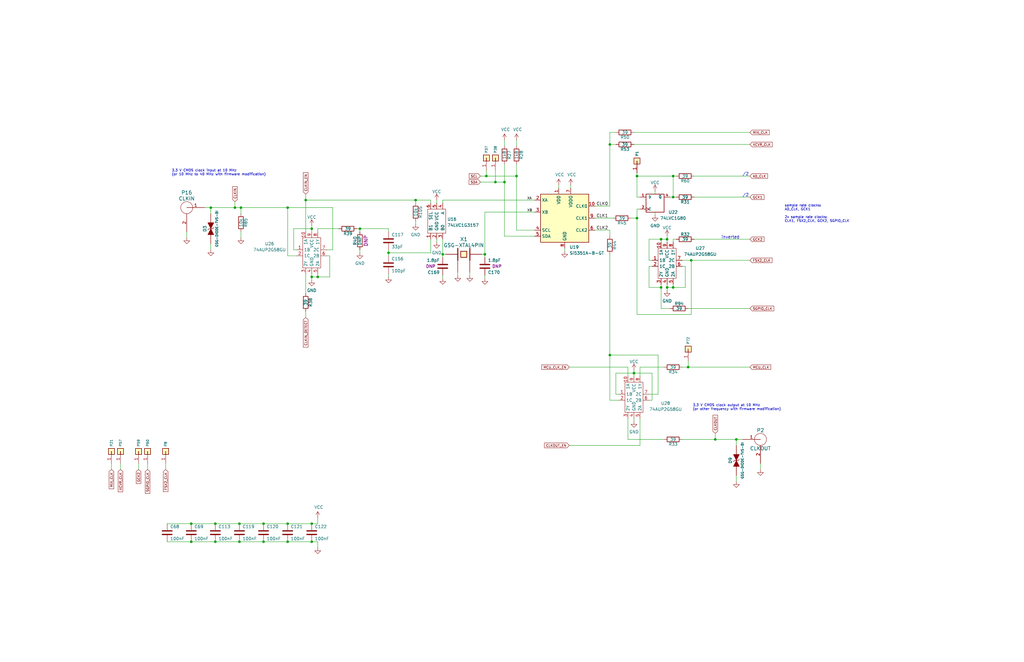
<source format=kicad_sch>
(kicad_sch (version 20211123) (generator eeschema)
  (paper "USLedger")
  (title_block (title "HackRF One") (date "2022-08-29") (rev "r9") (company "Copyright 2012-2022 Great Scott Gadgets") (comment 1 "Michael Ossmann") (comment 2 "Licensed under the CERN-OHL-P v2"))
  (lib_symbols
    (symbol "74AUP2G58GU:74AUP2G58GU"
      (property "Reference" "U" (at 0 0 0))
      (property "Value" "74AUP2G58GU" (at 0 0 0))
      (symbol "74AUP2G58GU_0_1"
        (rectangle (start -3.81 6.35) (end 3.81 -6.35) (stroke (width 0.1524)))
      )
      (symbol "74AUP2G58GU_1_1"
        (pin input line (at -6.35 1.27 0) (length 2.54) (name "1B") (number "1"))
        (pin input line (at -2.54 8.89 270) (length 2.54) (name "1A") (number "10"))
        (pin input line (at -6.35 -1.27 0) (length 2.54) (name "1C") (number "2"))
        (pin output line (at -2.54 -8.89 90) (length 2.54) (name "2Y") (number "3"))
        (pin power_in line (at 0 -8.89 90) (length 2.54) (name "GND") (number "4"))
        (pin input line (at 2.54 -8.89 90) (length 2.54) (name "2A") (number "5"))
        (pin input line (at 6.35 -1.27 180) (length 2.54) (name "2B") (number "6"))
        (pin input line (at 6.35 1.27 180) (length 2.54) (name "2C") (number "7"))
        (pin output line (at 2.54 8.89 270) (length 2.54) (name "1Y") (number "8"))
        (pin power_in line (at 0 8.89 270) (length 2.54) (name "VCC") (number "9"))
      )
    )
    (symbol "74xGxx:74AUP1G80" (pin_names (offset 1.016))
      (property "Reference" "U" (at -2.54 5.08 0))
      (property "Value" "74AUP1G80" (at 0 -5.08 0))
      (symbol "74AUP1G80_0_1"
        (rectangle (start -3.81 3.81) (end 3.81 -3.81) (stroke (width 0.254)))
      )
      (symbol "74AUP1G80_1_1"
        (pin input line (at -6.35 2.54 0) (length 2.54) (name "D") (number "1"))
        (pin input clock (at -6.35 -2.54 0) (length 2.54) (name "C") (number "2"))
        (pin power_in line (at 0 -3.81 270) (length 0) hide (name "GND") (number "3"))
        (pin output line (at 6.35 2.54 180) (length 2.54) (name "~{Q}") (number "4"))
        (pin power_in line (at 0 3.81 90) (length 0) hide (name "VCC") (number "5"))
      )
    )
    (symbol "Connector_Generic:Conn_01x01" (pin_names (offset 1.016) hide)
      (property "Reference" "J" (at 0 2.54 0))
      (property "Value" "Conn_01x01" (at 0 -2.54 0))
      (symbol "Conn_01x01_1_1"
        (rectangle (start -1.27 0.127) (end 0 -0.127) (stroke (width 0.1524)))
        (rectangle (start -1.27 1.27) (end 1.27 -1.27) (stroke (width 0.254)) (fill (type background)))
        (pin passive line (at -5.08 0 0) (length 3.81) (name "Pin_1") (number "1"))
      )
    )
    (symbol "Device:C" (pin_numbers hide) (pin_names (offset 0.254))
      (property "Reference" "C" (at 0.635 2.54 0))
      (property "Value" "C" (at 0.635 -2.54 0))
      (symbol "C_0_1"
        (polyline (pts (xy -2.032 -0.762) (xy 2.032 -0.762)) (stroke (width 0.508)))
        (polyline (pts (xy -2.032 0.762) (xy 2.032 0.762)) (stroke (width 0.508)))
      )
      (symbol "C_1_1"
        (pin passive line (at 0 3.81 270) (length 2.794) (name "~") (number "1"))
        (pin passive line (at 0 -3.81 90) (length 2.794) (name "~") (number "2"))
      )
    )
    (symbol "Device:R" (pin_numbers hide) (pin_names (offset 0))
      (property "Reference" "R" (at 2.032 0 90))
      (property "Value" "R" (at 0 0 90))
      (symbol "R_0_1"
        (rectangle (start -1.016 -2.54) (end 1.016 2.54) (stroke (width 0.254)))
      )
      (symbol "R_1_1"
        (pin passive line (at 0 3.81 270) (length 1.27) (name "~") (number "1"))
        (pin passive line (at 0 -3.81 90) (length 1.27) (name "~") (number "2"))
      )
    )
    (symbol "Oscillator:Si5351A-B-GT"
      (property "Reference" "U" (at -8.89 11.43 0))
      (property "Value" "Si5351A-B-GT" (at -12.7 -12.7 0))
      (symbol "Si5351A-B-GT_0_1"
        (rectangle (start -10.16 10.16) (end 10.16 -10.16) (stroke (width 0.254)) (fill (type background)))
      )
      (symbol "Si5351A-B-GT_1_1"
        (pin power_in line (at -2.54 12.7 270) (length 2.54) (name "VDD") (number "1"))
        (pin output line (at 12.7 5.08 180) (length 2.54) (name "CLK0") (number "10"))
        (pin input line (at -12.7 7.62 0) (length 2.54) (name "XA") (number "2"))
        (pin input line (at -12.7 2.54 0) (length 2.54) (name "XB") (number "3"))
        (pin input line (at -12.7 -5.08 0) (length 2.54) (name "SCL") (number "4"))
        (pin bidirectional line (at -12.7 -7.62 0) (length 2.54) (name "SDA") (number "5"))
        (pin output line (at 12.7 -5.08 180) (length 2.54) (name "CLK2") (number "6"))
        (pin power_in line (at 2.54 12.7 270) (length 2.54) (name "VDDO") (number "7"))
        (pin power_in line (at 0 -12.7 90) (length 2.54) (name "GND") (number "8"))
        (pin output line (at 12.7 0 180) (length 2.54) (name "CLK1") (number "9"))
      )
    )
    (symbol "gsg-symbols:74LVC1G3157" (pin_names (offset 1.016))
      (property "Reference" "U" (at 0 5.08 0))
      (property "Value" "74LVC1G3157" (at 0 -5.08 0))
      (symbol "74LVC1G3157_0_1"
        (rectangle (start 5.08 3.81) (end -5.08 -3.81))
      )
      (symbol "74LVC1G3157_1_1"
        (pin bidirectional line (at -7.62 2.54 0) (length 2.54) (name "B1") (number "1"))
        (pin power_in line (at -7.62 0 0) (length 2.54) (name "GND") (number "2"))
        (pin bidirectional line (at -7.62 -2.54 0) (length 2.54) (name "B0") (number "3"))
        (pin bidirectional line (at 7.62 -2.54 180) (length 2.54) (name "A") (number "4"))
        (pin power_in line (at 7.62 0 180) (length 2.54) (name "VCC") (number "5"))
        (pin input line (at 7.62 2.54 180) (length 2.54) (name "SEL") (number "6"))
      )
    )
    (symbol "hackrf:GSG-DIODE-TVS-BI" (pin_numbers hide) (pin_names (offset 1.016) hide)
      (property "Reference" "D" (at 0 2.54 0))
      (property "Value" "GSG-DIODE-TVS-BI" (at 0 -2.54 0))
      (symbol "GSG-DIODE-TVS-BI_0_1"
        (polyline (pts (xy -0.508 1.27) (xy 0 0.762) (xy 0 -0.762) (xy 0.508 -1.27) (xy 0.508 -1.27)) (stroke (width 0.2032)))
        (polyline (pts (xy 0 0) (xy -2.54 1.27) (xy -2.54 -1.27) (xy 0 0) (xy 0 0)) (fill (type outline)))
        (polyline (pts (xy 0 0) (xy 2.54 1.27) (xy 2.54 -1.27) (xy 0 0) (xy 0 0)) (fill (type outline)))
      )
      (symbol "GSG-DIODE-TVS-BI_1_1"
        (pin passive line (at -6.35 0 0) (length 3.81) (name "A") (number "1"))
        (pin passive line (at 6.35 0 180) (length 3.81) (name "K") (number "2"))
      )
    )
    (symbol "hackrf:GSG-RF-CONN" (pin_names (offset 0) hide)
      (property "Reference" "P" (at 0 3.81 0))
      (property "Value" "GSG-RF-CONN" (at 0 -3.81 0))
      (symbol "GSG-RF-CONN_0_1"
        (circle (center 0 0) (radius 2.54))
      )
      (symbol "GSG-RF-CONN_1_1"
        (pin bidirectional line (at 7.62 0 180) (length 7.62) (name "RF") (number "1"))
        (pin power_in line (at 0 -10.16 90) (length 7.62) (name "GND") (number "2"))
      )
    )
    (symbol "hackrf:GSG-XTAL4PIN" (pin_numbers hide) (pin_names (offset 1.016) hide)
      (property "Reference" "X" (at 0 3.81 0))
      (property "Value" "GSG-XTAL4PIN" (at 0 -3.81 0))
      (symbol "GSG-XTAL4PIN_0_1"
        (polyline (pts (xy -2.54 2.54) (xy -2.54 -2.54)) (stroke (width 0.4064)))
        (polyline (pts (xy 2.54 2.54) (xy 2.54 -2.54)) (stroke (width 0.4064)))
        (polyline (pts (xy -1.27 1.27) (xy 1.27 1.27) (xy 1.27 -1.27) (xy -1.27 -1.27) (xy -1.27 1.27)) (stroke (width 0.3048)) (fill (type background)))
      )
      (symbol "GSG-XTAL4PIN_1_1"
        (pin passive line (at -7.62 0 0) (length 5.08) (name "1") (number "1"))
        (pin passive line (at -2.54 -7.62 90) (length 5.08) (name "2") (number "2"))
        (pin passive line (at 7.62 0 180) (length 5.08) (name "3") (number "3"))
        (pin passive line (at 2.54 -7.62 90) (length 5.08) (name "4") (number "4"))
      )
    )
    (symbol "power:GND" (power) (pin_names (offset 0))
      (property "Value" "GND" (at 0 -3.81 0))
      (symbol "GND_0_1"
        (polyline (pts (xy 0 0) (xy 0 -1.27) (xy 1.27 -1.27) (xy 0 -2.54) (xy -1.27 -1.27) (xy 0 -1.27)))
      )
      (symbol "GND_1_1"
        (pin power_in line (at 0 0 270) (length 0) hide (name "GND") (number "1"))
      )
    )
    (symbol "power:VCC" (power) (pin_names (offset 0))
      (property "Value" "VCC" (at 0 3.81 0))
      (symbol "VCC_0_1"
        (polyline (pts (xy -0.762 1.27) (xy 0 2.54)))
        (polyline (pts (xy 0 0) (xy 0 2.54)))
        (polyline (pts (xy 0 2.54) (xy 0.762 1.27)))
      )
      (symbol "VCC_1_1"
        (pin power_in line (at 0 0 90) (length 0) hide (name "VCC") (number "1"))
      )
    )
  )
  (junction (at 257.175 149.86))
  (junction (at 283.845 83.185))
  (junction (at 99.06 87.63))
  (junction (at 212.725 76.835))
  (junction (at 278.765 100.965))
  (junction (at 278.765 121.285))
  (junction (at 291.465 109.855))
  (junction (at 283.845 74.295))
  (junction (at 121.285 87.63))
  (junction (at 100.965 228.6))
  (junction (at 208.915 76.835))
  (junction (at 217.805 74.295))
  (junction (at 121.285 220.98))
  (junction (at 163.83 106.68))
  (junction (at 80.645 220.98))
  (junction (at 88.9 87.63))
  (junction (at 131.445 220.98))
  (junction (at 301.625 185.42))
  (junction (at 204.47 107.315))
  (junction (at 281.305 121.285))
  (junction (at 111.125 228.6))
  (junction (at 80.645 228.6))
  (junction (at 267.335 157.48))
  (junction (at 90.805 228.6))
  (junction (at 131.445 228.6))
  (junction (at 131.445 116.84))
  (junction (at 111.125 220.98))
  (junction (at 128.905 84.455))
  (junction (at 175.26 84.455))
  (junction (at 310.515 185.42))
  (junction (at 281.305 100.965))
  (junction (at 205.105 74.295))
  (junction (at 268.605 92.075))
  (junction (at 151.765 96.52))
  (junction (at 283.845 121.285))
  (junction (at 186.69 107.315))
  (junction (at 90.805 220.98))
  (junction (at 131.445 96.52))
  (junction (at 268.605 74.295))
  (junction (at 133.985 116.84))
  (junction (at 257.175 60.96))
  (junction (at 101.6 87.63))
  (junction (at 100.965 220.98))
  (junction (at 290.195 154.94))
  (junction (at 121.285 228.6))
  (wire (pts (xy 276.225 89.535) (xy 276.225 90.805)))
  (wire (pts (xy 163.83 116.84) (xy 163.83 115.57)))
  (wire (pts (xy 274.955 157.48) (xy 267.335 157.48)))
  (wire (pts (xy 186.69 100.965) (xy 186.69 107.315)))
  (wire (pts (xy 212.725 99.695) (xy 225.425 99.695)))
  (wire (pts (xy 274.955 168.91) (xy 274.955 157.48)))
  (wire (pts (xy 217.805 59.055) (xy 217.805 61.595)))
  (wire (pts (xy 202.565 74.295) (xy 205.105 74.295)))
  (wire (pts (xy 283.845 100.965) (xy 285.115 100.965)))
  (wire (pts (xy 291.465 109.855) (xy 316.23 109.855)))
  (wire (pts (xy 257.175 97.155) (xy 257.175 99.695)))
  (wire (pts (xy 259.715 166.37) (xy 260.985 166.37)))
  (wire (pts (xy 281.305 100.965) (xy 278.765 100.965)))
  (wire (pts (xy 88.9 90.17) (xy 88.9 87.63)))
  (wire (pts (xy 278.765 120.015) (xy 278.765 121.285)))
  (wire (pts (xy 264.795 176.53) (xy 264.795 185.42)))
  (wire (pts (xy 46.99 195.58) (xy 46.99 198.12)))
  (wire (pts (xy 269.875 158.75) (xy 269.875 154.94)))
  (wire (pts (xy 90.805 228.6) (xy 100.965 228.6)))
  (wire (pts (xy 111.125 228.6) (xy 121.285 228.6)))
  (wire (pts (xy 281.305 120.015) (xy 281.305 121.285)))
  (wire (pts (xy 268.605 92.075) (xy 268.605 132.715)))
  (wire (pts (xy 100.965 220.98) (xy 90.805 220.98)))
  (wire (pts (xy 186.69 107.315) (xy 187.96 107.315)))
  (wire (pts (xy 274.955 112.395) (xy 273.685 112.395)))
  (wire (pts (xy 101.6 87.63) (xy 101.6 90.17)))
  (wire (pts (xy 225.425 89.535) (xy 204.47 89.535)))
  (wire (pts (xy 250.825 97.155) (xy 257.175 97.155)))
  (wire (pts (xy 290.195 152.4) (xy 290.195 154.94)))
  (wire (pts (xy 131.445 96.52) (xy 131.445 95.25)))
  (wire (pts (xy 250.825 86.995) (xy 257.175 86.995)))
  (wire (pts (xy 121.285 220.98) (xy 131.445 220.98)))
  (wire (pts (xy 301.625 182.88) (xy 301.625 185.42)))
  (wire (pts (xy 131.445 116.84) (xy 133.985 116.84)))
  (wire (pts (xy 78.74 97.79) (xy 78.74 100.33)))
  (wire (pts (xy 203.2 107.315) (xy 204.47 107.315)))
  (wire (pts (xy 131.445 118.11) (xy 131.445 116.84)))
  (wire (pts (xy 281.305 102.235) (xy 281.305 100.965)))
  (wire (pts (xy 292.735 74.295) (xy 316.23 74.295)))
  (wire (pts (xy 137.795 105.41) (xy 140.335 105.41)))
  (wire (pts (xy 238.125 104.775) (xy 238.125 106.045)))
  (wire (pts (xy 268.605 83.185) (xy 269.875 83.185)))
  (wire (pts (xy 151.765 96.52) (xy 151.765 97.79)))
  (wire (pts (xy 202.565 76.835) (xy 208.915 76.835)))
  (wire (pts (xy 121.285 228.6) (xy 131.445 228.6)))
  (wire (pts (xy 277.495 149.86) (xy 277.495 166.37)))
  (wire (pts (xy 139.065 116.84) (xy 139.065 107.95)))
  (wire (pts (xy 283.845 102.235) (xy 283.845 100.965)))
  (wire (pts (xy 240.03 187.96) (xy 269.875 187.96)))
  (wire (pts (xy 217.805 69.215) (xy 217.805 74.295)))
  (wire (pts (xy 283.845 121.285) (xy 288.925 121.285)))
  (wire (pts (xy 257.175 60.96) (xy 257.175 86.995)))
  (wire (pts (xy 268.605 88.265) (xy 268.605 92.075)))
  (wire (pts (xy 278.765 130.175) (xy 282.575 130.175)))
  (wire (pts (xy 151.765 105.41) (xy 151.765 106.68)))
  (wire (pts (xy 288.925 112.395) (xy 287.655 112.395)))
  (wire (pts (xy 99.06 87.63) (xy 99.06 85.09)))
  (wire (pts (xy 125.095 107.95) (xy 121.285 107.95)))
  (wire (pts (xy 163.83 105.41) (xy 163.83 106.68)))
  (wire (pts (xy 140.335 87.63) (xy 121.285 87.63)))
  (wire (pts (xy 128.905 84.455) (xy 128.905 97.79)))
  (wire (pts (xy 269.875 176.53) (xy 269.875 187.96)))
  (wire (pts (xy 123.825 105.41) (xy 125.095 105.41)))
  (wire (pts (xy 268.605 73.025) (xy 268.605 74.295)))
  (wire (pts (xy 133.985 228.6) (xy 133.985 231.14)))
  (wire (pts (xy 163.83 106.68) (xy 181.61 106.68)))
  (wire (pts (xy 287.655 185.42) (xy 301.625 185.42)))
  (wire (pts (xy 217.805 97.155) (xy 225.425 97.155)))
  (wire (pts (xy 283.845 83.185) (xy 285.115 83.185)))
  (wire (pts (xy 133.985 97.79) (xy 133.985 96.52)))
  (wire (pts (xy 131.445 220.98) (xy 133.985 220.98)))
  (wire (pts (xy 267.335 157.48) (xy 267.335 156.21)))
  (wire (pts (xy 133.985 116.84) (xy 139.065 116.84)))
  (wire (pts (xy 133.985 96.52) (xy 142.875 96.52)))
  (wire (pts (xy 267.335 158.75) (xy 267.335 157.48)))
  (wire (pts (xy 123.825 96.52) (xy 123.825 105.41)))
  (wire (pts (xy 184.15 85.725) (xy 184.15 84.455)))
  (wire (pts (xy 278.765 100.965) (xy 278.765 102.235)))
  (wire (pts (xy 292.735 83.185) (xy 316.23 83.185)))
  (wire (pts (xy 90.805 220.98) (xy 80.645 220.98)))
  (wire (pts (xy 58.42 195.58) (xy 58.42 198.12)))
  (wire (pts (xy 273.685 112.395) (xy 273.685 121.285)))
  (wire (pts (xy 283.845 120.015) (xy 283.845 121.285)))
  (wire (pts (xy 257.175 168.91) (xy 257.175 149.86)))
  (wire (pts (xy 184.15 100.965) (xy 184.15 102.235)))
  (wire (pts (xy 277.495 166.37) (xy 273.685 166.37)))
  (wire (pts (xy 99.06 87.63) (xy 101.6 87.63)))
  (wire (pts (xy 273.685 109.855) (xy 274.955 109.855)))
  (wire (pts (xy 287.655 154.94) (xy 290.195 154.94)))
  (wire (pts (xy 267.335 60.96) (xy 316.23 60.96)))
  (wire (pts (xy 273.685 100.965) (xy 273.685 109.855)))
  (wire (pts (xy 260.985 168.91) (xy 257.175 168.91)))
  (wire (pts (xy 80.645 228.6) (xy 90.805 228.6)))
  (wire (pts (xy 193.04 116.205) (xy 193.04 114.935)))
  (wire (pts (xy 273.685 168.91) (xy 274.955 168.91)))
  (wire (pts (xy 151.765 96.52) (xy 163.83 96.52)))
  (wire (pts (xy 69.85 195.58) (xy 69.85 198.12)))
  (wire (pts (xy 257.175 55.88) (xy 259.715 55.88)))
  (wire (pts (xy 267.335 157.48) (xy 259.715 157.48)))
  (wire (pts (xy 101.6 97.79) (xy 101.6 100.33)))
  (wire (pts (xy 80.645 220.98) (xy 70.485 220.98)))
  (wire (pts (xy 100.965 220.98) (xy 111.125 220.98)))
  (wire (pts (xy 204.47 89.535) (xy 204.47 107.315)))
  (wire (pts (xy 101.6 87.63) (xy 121.285 87.63)))
  (wire (pts (xy 181.61 106.68) (xy 181.61 100.965)))
  (wire (pts (xy 133.985 115.57) (xy 133.985 116.84)))
  (wire (pts (xy 290.195 130.175) (xy 316.23 130.175)))
  (wire (pts (xy 267.335 55.88) (xy 316.23 55.88)))
  (wire (pts (xy 273.685 121.285) (xy 278.765 121.285)))
  (wire (pts (xy 111.125 220.98) (xy 121.285 220.98)))
  (wire (pts (xy 208.915 71.755) (xy 208.915 76.835)))
  (wire (pts (xy 250.825 92.075) (xy 258.445 92.075)))
  (wire (pts (xy 257.175 55.88) (xy 257.175 60.96)))
  (wire (pts (xy 205.105 74.295) (xy 217.805 74.295)))
  (wire (pts (xy 131.445 228.6) (xy 133.985 228.6)))
  (wire (pts (xy 310.515 187.96) (xy 310.515 185.42)))
  (wire (pts (xy 128.905 115.57) (xy 128.905 123.825)))
  (wire (pts (xy 283.845 83.185) (xy 282.575 83.185)))
  (wire (pts (xy 235.585 79.375) (xy 235.585 78.105)))
  (wire (pts (xy 283.845 74.295) (xy 285.115 74.295)))
  (wire (pts (xy 310.515 203.2) (xy 310.515 200.66)))
  (wire (pts (xy 175.26 94.615) (xy 175.26 93.345)))
  (wire (pts (xy 212.725 76.835) (xy 212.725 99.695)))
  (wire (pts (xy 259.715 157.48) (xy 259.715 166.37)))
  (wire (pts (xy 276.225 80.645) (xy 276.225 81.915)))
  (wire (pts (xy 320.675 195.58) (xy 320.675 198.12)))
  (wire (pts (xy 175.26 84.455) (xy 181.61 84.455)))
  (wire (pts (xy 139.065 107.95) (xy 137.795 107.95)))
  (wire (pts (xy 128.905 133.985) (xy 128.905 131.445)))
  (wire (pts (xy 287.655 109.855) (xy 291.465 109.855)))
  (wire (pts (xy 257.175 107.315) (xy 257.175 149.86)))
  (wire (pts (xy 257.175 149.86) (xy 277.495 149.86)))
  (wire (pts (xy 70.485 228.6) (xy 80.645 228.6)))
  (wire (pts (xy 186.69 116.205) (xy 186.69 117.475)))
  (wire (pts (xy 301.625 185.42) (xy 310.515 185.42)))
  (wire (pts (xy 212.725 59.055) (xy 212.725 61.595)))
  (wire (pts (xy 283.845 74.295) (xy 283.845 83.185)))
  (wire (pts (xy 267.335 176.53) (xy 267.335 177.8)))
  (wire (pts (xy 150.495 96.52) (xy 151.765 96.52)))
  (wire (pts (xy 100.965 228.6) (xy 111.125 228.6)))
  (wire (pts (xy 123.825 96.52) (xy 131.445 96.52)))
  (wire (pts (xy 186.69 84.455) (xy 186.69 85.725)))
  (wire (pts (xy 268.605 88.265) (xy 269.875 88.265)))
  (wire (pts (xy 264.795 185.42) (xy 280.035 185.42)))
  (wire (pts (xy 205.105 71.755) (xy 205.105 74.295)))
  (wire (pts (xy 278.765 121.285) (xy 278.765 130.175)))
  (wire (pts (xy 140.335 105.41) (xy 140.335 87.63)))
  (wire (pts (xy 186.69 84.455) (xy 225.425 84.455)))
  (wire (pts (xy 175.26 85.725) (xy 175.26 84.455)))
  (wire (pts (xy 88.9 105.41) (xy 88.9 102.87)))
  (wire (pts (xy 291.465 132.715) (xy 268.605 132.715)))
  (wire (pts (xy 292.735 100.965) (xy 316.23 100.965)))
  (wire (pts (xy 240.665 79.375) (xy 240.665 78.105)))
  (wire (pts (xy 240.03 154.94) (xy 264.795 154.94)))
  (wire (pts (xy 208.915 76.835) (xy 212.725 76.835)))
  (wire (pts (xy 128.905 84.455) (xy 175.26 84.455)))
  (wire (pts (xy 264.795 158.75) (xy 264.795 154.94)))
  (wire (pts (xy 266.065 92.075) (xy 268.605 92.075)))
  (wire (pts (xy 217.805 74.295) (xy 217.805 97.155)))
  (wire (pts (xy 290.195 154.94) (xy 316.23 154.94)))
  (wire (pts (xy 204.47 107.315) (xy 204.47 108.585)))
  (wire (pts (xy 268.605 83.185) (xy 268.605 74.295)))
  (wire (pts (xy 88.9 87.63) (xy 99.06 87.63)))
  (wire (pts (xy 281.305 100.965) (xy 281.305 99.695)))
  (wire (pts (xy 212.725 69.215) (xy 212.725 76.835)))
  (wire (pts (xy 269.875 154.94) (xy 280.035 154.94)))
  (wire (pts (xy 128.905 81.915) (xy 128.905 84.455)))
  (wire (pts (xy 204.47 117.475) (xy 204.47 116.205)))
  (wire (pts (xy 131.445 115.57) (xy 131.445 116.84)))
  (wire (pts (xy 163.83 106.68) (xy 163.83 107.95)))
  (wire (pts (xy 278.765 100.965) (xy 273.685 100.965)))
  (wire (pts (xy 131.445 97.79) (xy 131.445 96.52)))
  (wire (pts (xy 281.305 122.555) (xy 281.305 121.285)))
  (wire (pts (xy 186.69 108.585) (xy 186.69 107.315)))
  (wire (pts (xy 121.285 87.63) (xy 121.285 107.95)))
  (wire (pts (xy 62.23 198.12) (xy 62.23 195.58)))
  (wire (pts (xy 198.12 114.935) (xy 198.12 116.205)))
  (wire (pts (xy 268.605 74.295) (xy 283.845 74.295)))
  (wire (pts (xy 163.83 96.52) (xy 163.83 97.79)))
  (wire (pts (xy 133.985 220.98) (xy 133.985 218.44)))
  (wire (pts (xy 288.925 121.285) (xy 288.925 112.395)))
  (wire (pts (xy 310.515 185.42) (xy 313.055 185.42)))
  (wire (pts (xy 291.465 109.855) (xy 291.465 132.715)))
  (wire (pts (xy 50.8 195.58) (xy 50.8 198.12)))
  (wire (pts (xy 257.175 60.96) (xy 259.715 60.96)))
  (wire (pts (xy 86.36 87.63) (xy 88.9 87.63)))
  (wire (pts (xy 181.61 84.455) (xy 181.61 85.725)))
  (wire (pts (xy 281.305 121.285) (xy 283.845 121.285)))
  (text "/2" (at 313.055 83.185 0) (effects (font (size 1.27 1.27)) (justify left bottom)))
  (text "inverted" (at 304.165 100.965 0) (effects (font (size 1.27 1.27)) (justify left bottom)))
  (text "3.3 V CMOS clock input at 10 MHz\n(or 10 MHz to 40 MHz with firmware modification)" (at 72.39 74.295 0) (effects (font (size 1.016 1.016)) (justify left bottom)))
  (text "sample rate clocks:\nAD_CLK, GCK1\n\n2x sample rate clocks:\nCLK1, FSX2_CLK, GCK2, SGPIO_CLK" (at 330.835 93.98 0) (effects (font (size 1.016 1.016)) (justify left bottom)))
  (text "/2" (at 313.055 74.295 0) (effects (font (size 1.27 1.27)) (justify left bottom)))
  (text "3.3 V CMOS clock output at 10 MHz\n(or other frequency with firmware modification)" (at 292.1 173.355 0) (effects (font (size 1.016 1.016)) (justify left bottom)))
  (label "CLK0" (at 251.46 86.995 0))
  (label "CLK1" (at 251.46 92.075 0))
  (label "CLK2" (at 251.46 97.155 0))
  (label "XA" (at 222.25 84.455 0) (effects (font (size 1.016 1.016))))
  (label "XB" (at 222.25 89.535 0) (effects (font (size 1.016 1.016))))
  (global_label "XCVR_CLK" (shape input) (at 316.23 60.96 0) (effects (font (size 1.016 1.016))) (property "Intersheet References" "${INTERSHEET_REFS}" (effects hide)))
  (global_label "FSX2_CLK" (shape input) (at 69.85 198.12 270) (effects (font (size 1.016 1.016))) (property "Intersheet References" "${INTERSHEET_REFS}" (effects hide)))
  (global_label "SCL" (shape input) (at 202.565 74.295 180) (effects (font (size 1.016 1.016))) (property "Intersheet References" "${INTERSHEET_REFS}" (effects hide)))
  (global_label "CLKIN_EN" (shape input) (at 128.905 81.915 90) (effects (font (size 1.016 1.016))) (property "Intersheet References" "${INTERSHEET_REFS}" (effects hide)))
  (global_label "MIX_CLK" (shape input) (at 316.23 55.88 0) (effects (font (size 1.016 1.016))) (property "Intersheet References" "${INTERSHEET_REFS}" (effects hide)))
  (global_label "GCK2" (shape input) (at 58.42 198.12 270) (effects (font (size 1.016 1.016))) (property "Intersheet References" "${INTERSHEET_REFS}" (effects hide)))
  (global_label "SDA" (shape input) (at 202.565 76.835 180) (effects (font (size 1.016 1.016))) (property "Intersheet References" "${INTERSHEET_REFS}" (effects hide)))
  (global_label "AD_CLK" (shape input) (at 316.23 74.295 0) (effects (font (size 1.016 1.016))) (property "Intersheet References" "${INTERSHEET_REFS}" (effects hide)))
  (global_label "CLKIN_DETECT" (shape input) (at 128.905 133.985 270) (effects (font (size 1.016 1.016))) (property "Intersheet References" "${INTERSHEET_REFS}" (effects hide)))
  (global_label "CLKOUT_EN" (shape input) (at 240.03 187.96 180) (effects (font (size 1.016 1.016))) (property "Intersheet References" "${INTERSHEET_REFS}" (effects hide)))
  (global_label "MIX_CLK" (shape input) (at 46.99 198.12 270) (effects (font (size 1.016 1.016))) (property "Intersheet References" "${INTERSHEET_REFS}" (effects hide)))
  (global_label "MCU_CLK_EN" (shape input) (at 240.03 154.94 180) (effects (font (size 1.016 1.016))) (property "Intersheet References" "${INTERSHEET_REFS}" (effects hide)))
  (global_label "SGPIO_CLK" (shape input) (at 316.23 130.175 0) (effects (font (size 1.016 1.016))) (property "Intersheet References" "${INTERSHEET_REFS}" (effects hide)))
  (global_label "CLKOUT" (shape input) (at 301.625 182.88 90) (effects (font (size 1.016 1.016))) (property "Intersheet References" "${INTERSHEET_REFS}" (effects hide)))
  (global_label "CLKIN" (shape input) (at 99.06 85.09 90) (effects (font (size 1.016 1.016))) (property "Intersheet References" "${INTERSHEET_REFS}" (effects hide)))
  (global_label "MCU_CLK" (shape input) (at 316.23 154.94 0) (effects (font (size 1.016 1.016))) (property "Intersheet References" "${INTERSHEET_REFS}" (effects hide)))
  (global_label "FSX2_CLK" (shape input) (at 316.23 109.855 0) (effects (font (size 1.016 1.016))) (property "Intersheet References" "${INTERSHEET_REFS}" (effects hide)))
  (global_label "SGPIO_CLK" (shape input) (at 62.23 198.12 270) (effects (font (size 1.016 1.016))) (property "Intersheet References" "${INTERSHEET_REFS}" (effects hide)))
  (global_label "GCK1" (shape input) (at 316.23 83.185 0) (effects (font (size 1.016 1.016))) (property "Intersheet References" "${INTERSHEET_REFS}" (effects hide)))
  (global_label "XCVR_CLK" (shape input) (at 50.8 198.12 270) (effects (font (size 1.016 1.016))) (property "Intersheet References" "${INTERSHEET_REFS}" (effects hide)))
  (global_label "GCK2" (shape input) (at 316.23 100.965 0) (effects (font (size 1.016 1.016))) (property "Intersheet References" "${INTERSHEET_REFS}" (effects hide)))
  (symbol (lib_id "Device:R") (at 212.725 65.405 0) (unit 1)
    (property "Reference" "R27" (at 214.757 65.405 90))
    (property "Value" "1k8" (at 212.725 65.405 90))
    (property "Footprint" "hackrf:GSG-0402" (effects hide))
    (property "Manufacturer" "Stackpole" (effects hide))
    (property "Part Number" "RMCF0402JT1K80" (effects hide))
    (property "Description" "RES TF 1.8K OHM 5% 1/16W 0402" (effects hide))
  )
  (symbol (lib_id "hackrf:GSG-XTAL4PIN") (at 195.58 107.315 0) (unit 1)
    (property "Reference" "X1" (at 195.58 100.965 0) (effects (font (size 1.524 1.524))))
    (property "Value" "GSG-XTAL4PIN" (at 195.58 103.505 0) (effects (font (size 1.524 1.524))))
    (property "Footprint" "hackrf:GSG-XTAL3.2x2.5mm" (effects hide))
    (property "Manufacturer" "Raltron" (effects hide))
    (property "Part Number" "RH100-25.000-12-F-1010-TR" (effects hide))
    (property "Description" "CRYSTAL 25.0000MHZ 12PF SMD" (effects hide))
  )
  (symbol (lib_id "power:GND") (at 198.12 116.205 0) (unit 1)
    (property "Reference" "#PWR0128" (effects hide))
    (property "Value" "GND" (effects hide))
  )
  (symbol (lib_id "power:GND") (at 193.04 116.205 0) (unit 1)
    (property "Reference" "#PWR0127" (effects hide))
    (property "Value" "GND" (effects hide))
  )
  (symbol (lib_id "hackrf:GSG-RF-CONN") (at 78.74 87.63 0) (unit 1)
    (property "Reference" "P16" (at 78.74 81.28 0) (effects (font (size 1.524 1.524))))
    (property "Value" "CLKIN" (at 78.74 83.82 0) (effects (font (size 1.524 1.524))))
    (property "Footprint" "hackrf:GSG-SMA-73251-2120" (effects hide))
    (property "Manufacturer" "Molex" (effects hide))
    (property "Part Number" "73251-2121" (effects hide))
    (property "Description" "CONN SMA JACK 50 OHM EDGE MNT W/JAM NUT & LOCK WASHER" (effects hide))
  )
  (symbol (lib_id "power:GND") (at 78.74 100.33 0) (unit 1)
    (property "Reference" "#PWR0126" (effects hide))
    (property "Value" "GND" (effects hide))
  )
  (symbol (lib_id "power:GND") (at 133.985 231.14 0) (unit 1)
    (property "Reference" "#PWR0121" (effects hide))
    (property "Value" "GND" (effects hide))
  )
  (symbol (lib_id "Device:C") (at 90.805 224.79 0) (unit 1)
    (property "Reference" "C113" (at 92.075 222.25 0) (effects (justify left)))
    (property "Value" "100nF" (at 92.075 227.33 0) (effects (justify left)))
    (property "Footprint" "hackrf:GSG-0402" (effects hide))
    (property "Manufacturer" "Murata" (effects hide))
    (property "Part Number" "GRM155R61A104KA01D" (effects hide))
    (property "Description" "CAP CER 0.1UF 10V 10% X5R 0402" (effects hide))
  )
  (symbol (lib_id "Device:C") (at 100.965 224.79 0) (unit 1)
    (property "Reference" "C119" (at 102.235 222.25 0) (effects (justify left)))
    (property "Value" "100nF" (at 102.235 227.33 0) (effects (justify left)))
    (property "Footprint" "hackrf:GSG-0402" (effects hide))
    (property "Manufacturer" "Murata" (effects hide))
    (property "Part Number" "GRM155R61A104KA01D" (effects hide))
    (property "Description" "CAP CER 0.1UF 10V 10% X5R 0402" (effects hide))
  )
  (symbol (lib_id "Device:C") (at 111.125 224.79 0) (unit 1)
    (property "Reference" "C120" (at 112.395 222.25 0) (effects (justify left)))
    (property "Value" "100nF" (at 112.395 227.33 0) (effects (justify left)))
    (property "Footprint" "hackrf:GSG-0402" (effects hide))
    (property "Manufacturer" "Murata" (effects hide))
    (property "Part Number" "GRM155R61A104KA01D" (effects hide))
    (property "Description" "CAP CER 0.1UF 10V 10% X5R 0402" (effects hide))
  )
  (symbol (lib_id "Device:C") (at 121.285 224.79 0) (unit 1)
    (property "Reference" "C121" (at 122.555 222.25 0) (effects (justify left)))
    (property "Value" "100nF" (at 122.555 227.33 0) (effects (justify left)))
    (property "Footprint" "hackrf:GSG-0402" (effects hide))
    (property "Manufacturer" "Murata" (effects hide))
    (property "Part Number" "GRM155R61A104KA01D" (effects hide))
    (property "Description" "CAP CER 0.1UF 10V 10% X5R 0402" (effects hide))
  )
  (symbol (lib_id "Device:C") (at 131.445 224.79 0) (unit 1)
    (property "Reference" "C122" (at 132.715 222.25 0) (effects (justify left)))
    (property "Value" "100nF" (at 132.715 227.33 0) (effects (justify left)))
    (property "Footprint" "hackrf:GSG-0402" (effects hide))
    (property "Manufacturer" "Murata" (effects hide))
    (property "Part Number" "GRM155R61A104KA01D" (effects hide))
    (property "Description" "CAP CER 0.1UF 10V 10% X5R 0402" (effects hide))
  )
  (symbol (lib_id "Device:R") (at 175.26 89.535 0) (unit 1)
    (property "Reference" "R105" (at 177.292 89.535 90))
    (property "Value" "10k" (at 175.26 89.535 90))
    (property "Footprint" "hackrf:GSG-0402" (effects hide))
    (property "Manufacturer" "Stackpole" (effects hide))
    (property "Part Number" "RMCF0402JT10K0" (effects hide))
    (property "Description" "RES 10K OHM 1/16W 5% 0402 SMD" (effects hide))
  )
  (symbol (lib_id "power:GND") (at 320.675 198.12 0) (unit 1)
    (property "Reference" "#PWR093" (effects hide))
    (property "Value" "GND" (effects hide))
  )
  (symbol (lib_id "hackrf:GSG-RF-CONN") (at 320.675 185.42 0) (mirror y) (unit 1)
    (property "Reference" "P2" (at 320.675 181.61 0) (effects (font (size 1.524 1.524))))
    (property "Value" "CLKOUT" (at 320.675 189.23 0) (effects (font (size 1.524 1.524))))
    (property "Footprint" "hackrf:GSG-SMA-73251-2120" (effects hide))
    (property "Manufacturer" "Molex" (effects hide))
    (property "Part Number" "73251-2121" (effects hide))
    (property "Description" "CONN SMA JACK 50 OHM EDGE MNT W/JAM NUT & LOCK WASHER" (effects hide))
  )
  (symbol (lib_id "Connector_Generic:Conn_01x01") (at 205.105 66.675 90) (unit 1)
    (property "Reference" "P37" (at 205.105 64.643 0) (effects (font (size 1.016 1.016)) (justify left)))
    (property "Value" "SCL" (effects hide))
    (property "Footprint" "hackrf:GSG-TESTPOINT-50MIL" (effects hide))
    (property "DNP" "DNP" (effects hide))
  )
  (symbol (lib_id "Connector_Generic:Conn_01x01") (at 208.915 66.675 90) (unit 1)
    (property "Reference" "P38" (at 208.915 64.643 0) (effects (font (size 1.016 1.016)) (justify left)))
    (property "Value" "SDA" (effects hide))
    (property "Footprint" "hackrf:GSG-TESTPOINT-50MIL" (effects hide))
    (property "DNP" "DNP" (effects hide))
  )
  (symbol (lib_id "Device:R") (at 101.6 93.98 0) (unit 1)
    (property "Reference" "R85" (at 103.632 93.98 90))
    (property "Value" "10k" (at 101.6 93.98 90))
    (property "Footprint" "hackrf:GSG-0402" (effects hide))
    (property "Manufacturer" "Stackpole" (effects hide))
    (property "Part Number" "RMCF0402JT10K0" (effects hide))
    (property "Description" "RES 10K OHM 1/16W 5% 0402 SMD" (effects hide))
  )
  (symbol (lib_id "power:GND") (at 101.6 100.33 0) (unit 1)
    (property "Reference" "#PWR092" (effects hide))
    (property "Value" "GND" (effects hide))
  )
  (symbol (lib_id "Device:R") (at 217.805 65.405 0) (unit 1)
    (property "Reference" "R28" (at 219.837 65.405 90))
    (property "Value" "1k8" (at 217.805 65.405 90))
    (property "Footprint" "hackrf:GSG-0402" (effects hide))
    (property "Manufacturer" "Stackpole" (effects hide))
    (property "Part Number" "RMCF0402JT1K80" (effects hide))
    (property "Description" "RES TF 1.8K OHM 5% 1/16W 0402" (effects hide))
  )
  (symbol (lib_id "Device:R") (at 286.385 130.175 270) (mirror x) (unit 1)
    (property "Reference" "R94" (at 286.385 128.143 90))
    (property "Value" "39" (at 286.385 130.175 90))
    (property "Footprint" "hackrf:GSG-0402" (effects hide))
    (property "Manufacturer" "Stackpole" (effects hide))
    (property "Part Number" "RMCF0402JT39R0" (effects hide))
    (property "Description" "RES 39 OHM 1/16W 5% 0402 SMD" (effects hide))
  )
  (symbol (lib_id "Device:R") (at 283.845 185.42 270) (unit 1)
    (property "Reference" "R33" (at 283.845 187.452 90))
    (property "Value" "39" (at 283.845 185.42 90))
    (property "Footprint" "hackrf:GSG-0402" (effects hide))
    (property "Manufacturer" "Stackpole" (effects hide))
    (property "Part Number" "RMCF0402JT39R0" (effects hide))
    (property "Description" "RES 39 OHM 1/16W 5% 0402 SMD" (effects hide))
  )
  (symbol (lib_id "hackrf:GSG-DIODE-TVS-BI") (at 310.515 194.31 90) (unit 1)
    (property "Reference" "D9" (at 307.975 194.31 0))
    (property "Value" "GSG-DIODE-TVS-BI" (at 313.055 194.31 0) (effects (font (size 1.016 1.016))))
    (property "Footprint" "hackrf:GSG-0402" (effects hide))
    (property "Manufacturer" "Murata" (effects hide))
    (property "Part Number" "LXES15AAA1-100" (effects hide))
    (property "Description" "TVS DIODE ESD .05PF 15KV 0402" (effects hide))
  )
  (symbol (lib_id "power:GND") (at 310.515 203.2 0) (unit 1)
    (property "Reference" "#PWR0171" (effects hide))
    (property "Value" "GND" (effects hide))
  )
  (symbol (lib_id "hackrf:GSG-DIODE-TVS-BI") (at 88.9 96.52 90) (unit 1)
    (property "Reference" "D3" (at 86.36 96.52 0))
    (property "Value" "GSG-DIODE-TVS-BI" (at 91.44 96.52 0) (effects (font (size 1.016 1.016))))
    (property "Footprint" "hackrf:GSG-0402" (effects hide))
    (property "Manufacturer" "Murata" (effects hide))
    (property "Part Number" "LXES15AAA1-100" (effects hide))
    (property "Description" "TVS DIODE ESD .05PF 15KV 0402" (effects hide))
  )
  (symbol (lib_id "power:GND") (at 88.9 105.41 0) (unit 1)
    (property "Reference" "#PWR0172" (effects hide))
    (property "Value" "GND" (effects hide))
  )
  (symbol (lib_id "Device:R") (at 288.925 100.965 270) (mirror x) (unit 1)
    (property "Reference" "R32" (at 288.925 98.933 90))
    (property "Value" "39" (at 288.925 100.965 90))
    (property "Footprint" "hackrf:GSG-0402" (effects hide))
    (property "Manufacturer" "Stackpole" (effects hide))
    (property "Part Number" "RMCF0402JT39R0" (effects hide))
    (property "Description" "RES 39 OHM 1/16W 5% 0402 SMD" (effects hide))
  )
  (symbol (lib_id "Device:R") (at 288.925 83.185 270) (unit 1)
    (property "Reference" "R31" (at 288.925 85.217 90))
    (property "Value" "39" (at 288.925 83.185 90))
    (property "Footprint" "hackrf:GSG-0402" (effects hide))
    (property "Manufacturer" "Stackpole" (effects hide))
    (property "Part Number" "RMCF0402JT39R0" (effects hide))
    (property "Description" "RES 39 OHM 1/16W 5% 0402 SMD" (effects hide))
  )
  (symbol (lib_id "Device:C") (at 186.69 112.395 180) (unit 1)
    (property "Reference" "C169" (at 185.42 114.935 0) (effects (justify left)))
    (property "Value" "1.8pF" (at 185.42 109.855 0) (effects (justify left)))
    (property "Footprint" "hackrf:GSG-0402" (effects hide))
    (property "DNP" "DNP" (at 181.61 112.395 0))
  )
  (symbol (lib_id "Device:C") (at 204.47 112.395 0) (mirror x) (unit 1)
    (property "Reference" "C170" (at 205.74 114.935 0) (effects (justify left)))
    (property "Value" "1.8pF" (at 205.74 109.855 0) (effects (justify left)))
    (property "Footprint" "hackrf:GSG-0402" (effects hide))
    (property "DNP" "DNP" (at 209.55 112.395 0))
  )
  (symbol (lib_id "power:GND") (at 186.69 117.475 0) (mirror y) (unit 1)
    (property "Reference" "#PWR0187" (effects hide))
    (property "Value" "GND" (effects hide))
  )
  (symbol (lib_id "power:GND") (at 204.47 117.475 0) (mirror y) (unit 1)
    (property "Reference" "#PWR0188" (effects hide))
    (property "Value" "GND" (effects hide))
  )
  (symbol (lib_id "power:VCC") (at 235.585 78.105 0) (unit 1)
    (property "Reference" "#PWR0203" (effects hide))
    (property "Value" "VCC" (at 236.0168 73.7108 0))
  )
  (symbol (lib_id "power:VCC") (at 217.805 59.055 0) (unit 1)
    (property "Reference" "#PWR0221" (effects hide))
    (property "Value" "VCC" (at 218.2368 54.6608 0))
  )
  (symbol (lib_id "power:VCC") (at 212.725 59.055 0) (unit 1)
    (property "Reference" "#PWR0227" (effects hide))
    (property "Value" "VCC" (at 213.1568 54.6608 0))
  )
  (symbol (lib_id "power:VCC") (at 133.985 218.44 0) (unit 1)
    (property "Reference" "#PWR0240" (effects hide))
    (property "Value" "VCC" (at 134.4168 214.0458 0))
  )
  (symbol (lib_id "Device:R") (at 262.255 92.075 270) (unit 1)
    (property "Reference" "R45" (at 262.255 94.107 90))
    (property "Value" "39" (at 262.255 92.075 90))
    (property "Footprint" "hackrf:GSG-0402" (effects hide))
    (property "Manufacturer" "Stackpole" (effects hide))
    (property "Part Number" "RMCF0402JT39R0" (effects hide))
    (property "Description" "RES 39 OHM 1/16W 5% 0402 SMD" (effects hide))
  )
  (symbol (lib_id "Device:R") (at 288.925 74.295 270) (unit 1)
    (property "Reference" "R60" (at 288.925 76.327 90))
    (property "Value" "39" (at 288.925 74.295 90))
    (property "Footprint" "hackrf:GSG-0402" (effects hide))
    (property "Manufacturer" "Stackpole" (effects hide))
    (property "Part Number" "RMCF0402JT39R0" (effects hide))
    (property "Description" "RES 39 OHM 1/16W 5% 0402 SMD" (effects hide))
  )
  (symbol (lib_id "74AUP2G58GU:74AUP2G58GU") (at 131.445 106.68 0) (unit 1)
    (property "Reference" "U26" (at 113.665 102.87 0))
    (property "Value" "74AUP2G58GU" (at 113.665 105.4069 0))
    (property "Footprint" "gsg-modules:XQFN10" (effects hide))
    (property "Datasheet" "https://assets.nexperia.com/documents/data-sheet/74AUP2G58.pdf" (effects hide))
    (property "Manufacturer" "Nexperia" (effects hide))
    (property "Part Number" "74AUP2G58GUX" (effects hide))
    (property "Description" "IC SCHMITT TRIGGER DUAL XQFN10" (effects hide))
  )
  (symbol (lib_id "power:GND") (at 281.305 122.555 0) (unit 1)
    (property "Reference" "#PWR0100" (effects hide))
    (property "Value" "GND" (at 281.305 126.9984 0))
  )
  (symbol (lib_id "power:GND") (at 151.765 106.68 0) (unit 1)
    (property "Reference" "#PWR014" (effects hide))
    (property "Value" "GND" (at 151.765 111.1234 0))
  )
  (symbol (lib_id "74xGxx:74AUP1G80") (at 276.225 85.725 0) (unit 1)
    (property "Reference" "U22" (at 283.845 89.535 0))
    (property "Value" "74LVC1G80" (at 283.845 92.075 0))
    (property "Footprint" "Package_TO_SOT_SMD:SOT-353_SC-70-5" (effects hide))
    (property "Datasheet" "https://www.ti.com/lit/gpn/sn74lvc1g80" (effects hide))
    (property "Manufacturer" "Texas Instruments" (effects hide))
    (property "Part Number" "SN74LVC1G80DCKR" (effects hide))
    (property "Description" "IC FF D-TYPE SNGL 1BIT SC70-5" (effects hide))
  )
  (symbol (lib_id "power:VCC") (at 276.225 80.645 0) (unit 1)
    (property "Reference" "#PWR097" (effects hide))
    (property "Value" "VCC" (at 276.225 77.0692 0))
  )
  (symbol (lib_id "power:GND") (at 184.15 102.235 0) (unit 1)
    (property "Reference" "#PWR064" (effects hide))
    (property "Value" "GND" (at 184.15 106.6784 0))
  )
  (symbol (lib_id "Connector_Generic:Conn_01x01") (at 69.85 190.5 90) (unit 1)
    (property "Reference" "P8" (at 69.85 188.468 0) (effects (font (size 1.016 1.016)) (justify left)))
    (property "Value" "FSX2_CLK" (effects hide))
    (property "Footprint" "hackrf:GSG-TESTPOINT-50MIL" (effects hide))
    (property "DNP" "DNP" (effects hide))
  )
  (symbol (lib_id "Connector_Generic:Conn_01x01") (at 268.605 67.945 90) (unit 1)
    (property "Reference" "P1" (at 268.605 65.913 0) (effects (font (size 1.016 1.016)) (justify left)))
    (property "Value" "AD_CLK" (effects hide))
    (property "Footprint" "hackrf:GSG-TESTPOINT-50MIL" (effects hide))
    (property "DNP" "DNP" (effects hide))
  )
  (symbol (lib_id "power:GND") (at 238.125 106.045 0) (mirror y) (unit 1)
    (property "Reference" "#PWR068" (effects hide))
    (property "Value" "GND" (effects hide))
  )
  (symbol (lib_id "power:GND") (at 175.26 94.615 0) (unit 1)
    (property "Reference" "#PWR017" (effects hide))
    (property "Value" "GND" (at 175.26 99.0584 0))
  )
  (symbol (lib_id "power:GND") (at 276.225 90.805 0) (unit 1)
    (property "Reference" "#PWR098" (effects hide))
    (property "Value" "GND" (at 276.225 95.2484 0))
  )
  (symbol (lib_id "Device:R") (at 263.525 55.88 270) (unit 1)
    (property "Reference" "R50" (at 263.525 57.912 90))
    (property "Value" "39" (at 263.525 55.88 90))
    (property "Footprint" "hackrf:GSG-0402" (effects hide))
    (property "Manufacturer" "Stackpole" (effects hide))
    (property "Part Number" "RMCF0402JT39R0" (effects hide))
    (property "Description" "RES 39 OHM 1/16W 5% 0402 SMD" (effects hide))
  )
  (symbol (lib_id "power:VCC") (at 131.445 95.25 0) (unit 1)
    (property "Reference" "#PWR04" (effects hide))
    (property "Value" "VCC" (at 131.445 91.6742 0))
  )
  (symbol (lib_id "power:VCC") (at 281.305 99.695 0) (unit 1)
    (property "Reference" "#PWR099" (effects hide))
    (property "Value" "VCC" (at 281.305 96.1192 0))
  )
  (symbol (lib_id "power:GND") (at 131.445 118.11 0) (unit 1)
    (property "Reference" "#PWR013" (effects hide))
    (property "Value" "GND" (at 131.445 122.5534 0))
  )
  (symbol (lib_id "Connector_Generic:Conn_01x01") (at 62.23 190.5 90) (unit 1)
    (property "Reference" "P60" (at 62.23 188.468 0) (effects (font (size 1.016 1.016)) (justify left)))
    (property "Value" "SGPIO_CLK" (effects hide))
    (property "Footprint" "hackrf:GSG-TESTPOINT-50MIL" (effects hide))
    (property "DNP" "DNP" (effects hide))
  )
  (symbol (lib_id "power:VCC") (at 240.665 78.105 0) (unit 1)
    (property "Reference" "#PWR078" (effects hide))
    (property "Value" "VCC" (at 241.0968 73.7108 0))
  )
  (symbol (lib_id "Device:R") (at 151.765 101.6 180) (unit 1)
    (property "Reference" "R40" (at 149.733 101.6 90))
    (property "Value" "DNP" (at 151.765 101.6 90))
    (property "Footprint" "hackrf:GSG-0402" (effects hide))
    (property "DNP" "DNP" (at 154.305 101.6 90) (effects (font (size 1.524 1.524))))
  )
  (symbol (lib_id "Device:R") (at 257.175 103.505 0) (unit 1)
    (property "Reference" "R44" (at 259.207 103.505 90))
    (property "Value" "39" (at 257.175 103.505 90))
    (property "Footprint" "hackrf:GSG-0402" (effects hide))
    (property "Manufacturer" "Stackpole" (effects hide))
    (property "Part Number" "RMCF0402JT39R0" (effects hide))
    (property "Description" "RES 39 OHM 1/16W 5% 0402 SMD" (effects hide))
  )
  (symbol (lib_id "Connector_Generic:Conn_01x01") (at 46.99 190.5 90) (unit 1)
    (property "Reference" "P21" (at 46.99 188.468 0) (effects (font (size 1.016 1.016)) (justify left)))
    (property "Value" "MIX_CLK" (effects hide))
    (property "Footprint" "hackrf:GSG-TESTPOINT-50MIL" (effects hide))
    (property "DNP" "DNP" (effects hide))
  )
  (symbol (lib_id "Device:R") (at 283.845 154.94 270) (unit 1)
    (property "Reference" "R34" (at 283.845 156.972 90))
    (property "Value" "39" (at 283.845 154.94 90))
    (property "Footprint" "hackrf:GSG-0402" (effects hide))
    (property "Manufacturer" "Stackpole" (effects hide))
    (property "Part Number" "RMCF0402JT39R0" (effects hide))
    (property "Description" "RES 39 OHM 1/16W 5% 0402 SMD" (effects hide))
  )
  (symbol (lib_id "Device:C") (at 70.485 224.79 0) (unit 1)
    (property "Reference" "C68" (at 71.755 222.25 0) (effects (justify left)))
    (property "Value" "100nF" (at 71.755 227.33 0) (effects (justify left)))
    (property "Footprint" "hackrf:GSG-0402" (effects hide))
    (property "Manufacturer" "Murata" (effects hide))
    (property "Part Number" "GRM155R61A104KA01D" (effects hide))
    (property "Description" "CAP CER 0.1UF 10V 10% X5R 0402" (effects hide))
  )
  (symbol (lib_id "power:VCC") (at 184.15 84.455 0) (unit 1)
    (property "Reference" "#PWR059" (effects hide))
    (property "Value" "VCC" (at 184.15 80.8792 0))
  )
  (symbol (lib_id "power:VCC") (at 267.335 156.21 0) (unit 1)
    (property "Reference" "#PWR094" (effects hide))
    (property "Value" "VCC" (at 267.335 152.6342 0))
  )
  (symbol (lib_id "Oscillator:Si5351A-B-GT") (at 238.125 92.075 0) (unit 1)
    (property "Reference" "U19" (at 240.1444 104.2654 0) (effects (justify left)))
    (property "Value" "Si5351A-B-GT" (at 240.1444 106.8023 0) (effects (justify left)))
    (property "Footprint" "Package_SO:MSOP-10_3x3mm_P0.5mm" (effects hide))
    (property "Datasheet" "https://www.silabs.com/documents/public/data-sheets/Si5351-B.pdf" (effects hide))
    (property "Description" "IC CLK GENERATOR 200MHZ 10MSOP" (effects hide))
    (property "Manufacturer" "Skyworks" (effects hide))
    (property "Part Number" "SI5351A-B-GT" (effects hide))
  )
  (symbol (lib_id "Connector_Generic:Conn_01x01") (at 50.8 190.5 90) (unit 1)
    (property "Reference" "P57" (at 50.8 188.468 0) (effects (font (size 1.016 1.016)) (justify left)))
    (property "Value" "XCVR_CLK" (effects hide))
    (property "Footprint" "hackrf:GSG-TESTPOINT-50MIL" (effects hide))
    (property "DNP" "DNP" (effects hide))
  )
  (symbol (lib_id "Device:C") (at 163.83 101.6 0) (unit 1)
    (property "Reference" "C117" (at 165.1 99.06 0) (effects (justify left)))
    (property "Value" "33pF" (at 165.1 104.14 0) (effects (justify left)))
    (property "Footprint" "hackrf:GSG-0402" (effects hide))
    (property "Manufacturer" "Samsung" (effects hide))
    (property "Part Number" "CL05C330JB5NNNC" (effects hide))
    (property "Description" "CAP CER 33PF 50V 5% C0G/NP0 0402" (effects hide))
  )
  (symbol (lib_id "power:GND") (at 267.335 177.8 0) (unit 1)
    (property "Reference" "#PWR096" (effects hide))
    (property "Value" "GND" (at 267.335 182.2434 0))
  )
  (symbol (lib_id "Device:R") (at 263.525 60.96 270) (unit 1)
    (property "Reference" "R53" (at 263.525 62.992 90))
    (property "Value" "39" (at 263.525 60.96 90))
    (property "Footprint" "hackrf:GSG-0402" (effects hide))
    (property "Manufacturer" "Stackpole" (effects hide))
    (property "Part Number" "RMCF0402JT39R0" (effects hide))
    (property "Description" "RES 39 OHM 1/16W 5% 0402 SMD" (effects hide))
  )
  (symbol (lib_id "Connector_Generic:Conn_01x01") (at 290.195 147.32 90) (unit 1)
    (property "Reference" "P72" (at 290.195 145.288 0) (effects (font (size 1.016 1.016)) (justify left)))
    (property "Value" "GP_CLKIN" (effects hide))
    (property "Footprint" "hackrf:GSG-TESTPOINT-50MIL" (effects hide))
    (property "DNP" "DNP" (effects hide))
  )
  (symbol (lib_id "74AUP2G58GU:74AUP2G58GU") (at 281.305 111.125 0) (unit 1)
    (property "Reference" "U27" (at 295.275 104.775 0))
    (property "Value" "74AUP2G58GU" (at 295.275 107.3119 0))
    (property "Footprint" "gsg-modules:XQFN10" (effects hide))
    (property "Datasheet" "https://assets.nexperia.com/documents/data-sheet/74AUP2G58.pdf" (effects hide))
    (property "Manufacturer" "Nexperia" (effects hide))
    (property "Part Number" "74AUP2G58GUX" (effects hide))
    (property "Description" "IC SCHMITT TRIGGER DUAL XQFN10" (effects hide))
  )
  (symbol (lib_id "Device:R") (at 128.905 127.635 0) (unit 1)
    (property "Reference" "R38" (at 130.937 127.635 90))
    (property "Value" "39" (at 128.905 127.635 90))
    (property "Footprint" "hackrf:GSG-0402" (effects hide))
    (property "Manufacturer" "Stackpole" (effects hide))
    (property "Part Number" "RMCF0402JT39R0" (effects hide))
    (property "Description" "RES 39 OHM 1/16W 5% 0402 SMD" (effects hide))
  )
  (symbol (lib_id "Device:C") (at 163.83 111.76 0) (unit 1)
    (property "Reference" "C156" (at 165.1 109.22 0) (effects (justify left)))
    (property "Value" "100pF" (at 165.1 114.3 0) (effects (justify left)))
    (property "Footprint" "hackrf:GSG-0402" (effects hide))
    (property "Manufacturer" "Samsung" (effects hide))
    (property "Part Number" "CL05C101JB5NNNC" (effects hide))
    (property "Description" "CAP CER 100PF 50V 5% C0G/NP0 0402" (effects hide))
  )
  (symbol (lib_id "Device:C") (at 80.645 224.79 0) (unit 1)
    (property "Reference" "C69" (at 81.915 222.25 0) (effects (justify left)))
    (property "Value" "100nF" (at 81.915 227.33 0) (effects (justify left)))
    (property "Footprint" "hackrf:GSG-0402" (effects hide))
    (property "Manufacturer" "Murata" (effects hide))
    (property "Part Number" "GRM155R61A104KA01D" (effects hide))
    (property "Description" "CAP CER 0.1UF 10V 10% X5R 0402" (effects hide))
  )
  (symbol (lib_id "Connector_Generic:Conn_01x01") (at 58.42 190.5 90) (unit 1)
    (property "Reference" "P59" (at 58.42 188.468 0) (effects (font (size 1.016 1.016)) (justify left)))
    (property "Value" "GCK2" (effects hide))
    (property "Footprint" "hackrf:GSG-TESTPOINT-50MIL" (effects hide))
    (property "DNP" "DNP" (effects hide))
  )
  (symbol (lib_id "gsg-symbols:74LVC1G3157") (at 184.15 93.345 90) (unit 1)
    (property "Reference" "U16" (at 188.595 92.5103 90) (effects (justify right)))
    (property "Value" "74LVC1G3157" (at 188.595 95.0472 90) (effects (justify right)))
    (property "Footprint" "gsg-modules:XSON6" (effects hide))
    (property "Description" "IC SWITCH SPDT 6 OHM X2DFN1410-6" (effects hide))
    (property "Manufacturer" "Diodes Inc." (effects hide))
    (property "Part Number" "74LVC1G3157FZ4-7" (effects hide))
  )
  (symbol (lib_id "Device:R") (at 146.685 96.52 270) (unit 1)
    (property "Reference" "R39" (at 146.685 98.552 90))
    (property "Value" "39" (at 146.685 96.52 90))
    (property "Footprint" "hackrf:GSG-0402" (effects hide))
    (property "Manufacturer" "Stackpole" (effects hide))
    (property "Part Number" "RMCF0402JT39R0" (effects hide))
    (property "Description" "RES 39 OHM 1/16W 5% 0402 SMD" (effects hide))
  )
  (symbol (lib_id "power:GND") (at 163.83 116.84 0) (unit 1)
    (property "Reference" "#PWR016" (effects hide))
    (property "Value" "GND" (effects hide))
  )
  (symbol (lib_id "74AUP2G58GU:74AUP2G58GU") (at 267.335 167.64 0) (unit 1)
    (property "Reference" "U28" (at 280.67 170.18 0))
    (property "Value" "74AUP2G58GU" (at 280.67 172.7169 0))
    (property "Footprint" "gsg-modules:XQFN10" (effects hide))
    (property "Datasheet" "https://assets.nexperia.com/documents/data-sheet/74AUP2G58.pdf" (effects hide))
    (property "Manufacturer" "Nexperia" (effects hide))
    (property "Part Number" "74AUP2G58GUX" (effects hide))
    (property "Description" "IC SCHMITT TRIGGER DUAL XQFN10" (effects hide))
  )
)
</source>
